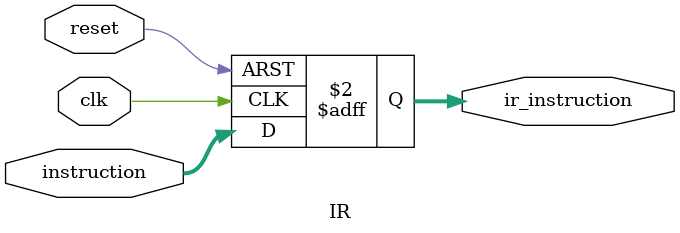
<source format=v>
module IR(
    input wire clk,
    input wire reset,
    input wire [7:0] instruction,
    output reg [7:0] ir_instruction
);

// Load instruction into IR
always @(posedge clk or posedge reset) begin
    if (reset) begin
        ir_instruction <= 8'h00;
    end else begin
        ir_instruction <= instruction;
    end
end

endmodule
</source>
